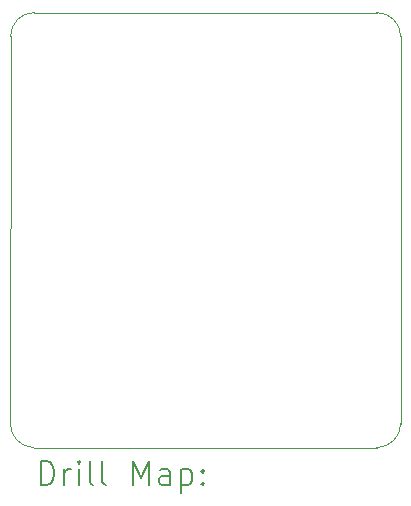
<source format=gbr>
%TF.GenerationSoftware,KiCad,Pcbnew,8.0.5*%
%TF.CreationDate,2024-10-12T22:57:08+02:00*%
%TF.ProjectId,SCS IMD-AMS Indicator,53435320-494d-4442-9d41-4d5320496e64,rev?*%
%TF.SameCoordinates,Original*%
%TF.FileFunction,Drillmap*%
%TF.FilePolarity,Positive*%
%FSLAX45Y45*%
G04 Gerber Fmt 4.5, Leading zero omitted, Abs format (unit mm)*
G04 Created by KiCad (PCBNEW 8.0.5) date 2024-10-12 22:57:08*
%MOMM*%
%LPD*%
G01*
G04 APERTURE LIST*
%ADD10C,0.100000*%
%ADD11C,0.200000*%
G04 APERTURE END LIST*
D10*
X9883800Y-4800600D02*
G75*
G02*
X10083800Y-5000600I0J-200000D01*
G01*
X10083800Y-8283600D02*
G75*
G02*
X9883800Y-8483600I-200000J0D01*
G01*
X10083800Y-5000600D02*
X10083800Y-8283600D01*
X6779920Y-8283600D02*
X6781800Y-5000600D01*
X9883800Y-8483600D02*
X6979920Y-8483600D01*
X6979920Y-8483600D02*
G75*
G02*
X6779920Y-8283600I0J200000D01*
G01*
X6981800Y-4800600D02*
X9883800Y-4800600D01*
X6781800Y-5000600D02*
G75*
G02*
X6981800Y-4800600I200000J0D01*
G01*
D11*
X7035697Y-8800084D02*
X7035697Y-8600084D01*
X7035697Y-8600084D02*
X7083316Y-8600084D01*
X7083316Y-8600084D02*
X7111887Y-8609608D01*
X7111887Y-8609608D02*
X7130935Y-8628655D01*
X7130935Y-8628655D02*
X7140459Y-8647703D01*
X7140459Y-8647703D02*
X7149982Y-8685798D01*
X7149982Y-8685798D02*
X7149982Y-8714370D01*
X7149982Y-8714370D02*
X7140459Y-8752465D01*
X7140459Y-8752465D02*
X7130935Y-8771512D01*
X7130935Y-8771512D02*
X7111887Y-8790560D01*
X7111887Y-8790560D02*
X7083316Y-8800084D01*
X7083316Y-8800084D02*
X7035697Y-8800084D01*
X7235697Y-8800084D02*
X7235697Y-8666750D01*
X7235697Y-8704846D02*
X7245221Y-8685798D01*
X7245221Y-8685798D02*
X7254744Y-8676274D01*
X7254744Y-8676274D02*
X7273792Y-8666750D01*
X7273792Y-8666750D02*
X7292840Y-8666750D01*
X7359506Y-8800084D02*
X7359506Y-8666750D01*
X7359506Y-8600084D02*
X7349982Y-8609608D01*
X7349982Y-8609608D02*
X7359506Y-8619131D01*
X7359506Y-8619131D02*
X7369030Y-8609608D01*
X7369030Y-8609608D02*
X7359506Y-8600084D01*
X7359506Y-8600084D02*
X7359506Y-8619131D01*
X7483316Y-8800084D02*
X7464268Y-8790560D01*
X7464268Y-8790560D02*
X7454744Y-8771512D01*
X7454744Y-8771512D02*
X7454744Y-8600084D01*
X7588078Y-8800084D02*
X7569030Y-8790560D01*
X7569030Y-8790560D02*
X7559506Y-8771512D01*
X7559506Y-8771512D02*
X7559506Y-8600084D01*
X7816649Y-8800084D02*
X7816649Y-8600084D01*
X7816649Y-8600084D02*
X7883316Y-8742941D01*
X7883316Y-8742941D02*
X7949982Y-8600084D01*
X7949982Y-8600084D02*
X7949982Y-8800084D01*
X8130935Y-8800084D02*
X8130935Y-8695322D01*
X8130935Y-8695322D02*
X8121411Y-8676274D01*
X8121411Y-8676274D02*
X8102363Y-8666750D01*
X8102363Y-8666750D02*
X8064268Y-8666750D01*
X8064268Y-8666750D02*
X8045221Y-8676274D01*
X8130935Y-8790560D02*
X8111887Y-8800084D01*
X8111887Y-8800084D02*
X8064268Y-8800084D01*
X8064268Y-8800084D02*
X8045221Y-8790560D01*
X8045221Y-8790560D02*
X8035697Y-8771512D01*
X8035697Y-8771512D02*
X8035697Y-8752465D01*
X8035697Y-8752465D02*
X8045221Y-8733417D01*
X8045221Y-8733417D02*
X8064268Y-8723893D01*
X8064268Y-8723893D02*
X8111887Y-8723893D01*
X8111887Y-8723893D02*
X8130935Y-8714370D01*
X8226173Y-8666750D02*
X8226173Y-8866750D01*
X8226173Y-8676274D02*
X8245221Y-8666750D01*
X8245221Y-8666750D02*
X8283316Y-8666750D01*
X8283316Y-8666750D02*
X8302363Y-8676274D01*
X8302363Y-8676274D02*
X8311887Y-8685798D01*
X8311887Y-8685798D02*
X8321411Y-8704846D01*
X8321411Y-8704846D02*
X8321411Y-8761989D01*
X8321411Y-8761989D02*
X8311887Y-8781036D01*
X8311887Y-8781036D02*
X8302363Y-8790560D01*
X8302363Y-8790560D02*
X8283316Y-8800084D01*
X8283316Y-8800084D02*
X8245221Y-8800084D01*
X8245221Y-8800084D02*
X8226173Y-8790560D01*
X8407125Y-8781036D02*
X8416649Y-8790560D01*
X8416649Y-8790560D02*
X8407125Y-8800084D01*
X8407125Y-8800084D02*
X8397602Y-8790560D01*
X8397602Y-8790560D02*
X8407125Y-8781036D01*
X8407125Y-8781036D02*
X8407125Y-8800084D01*
X8407125Y-8676274D02*
X8416649Y-8685798D01*
X8416649Y-8685798D02*
X8407125Y-8695322D01*
X8407125Y-8695322D02*
X8397602Y-8685798D01*
X8397602Y-8685798D02*
X8407125Y-8676274D01*
X8407125Y-8676274D02*
X8407125Y-8695322D01*
M02*

</source>
